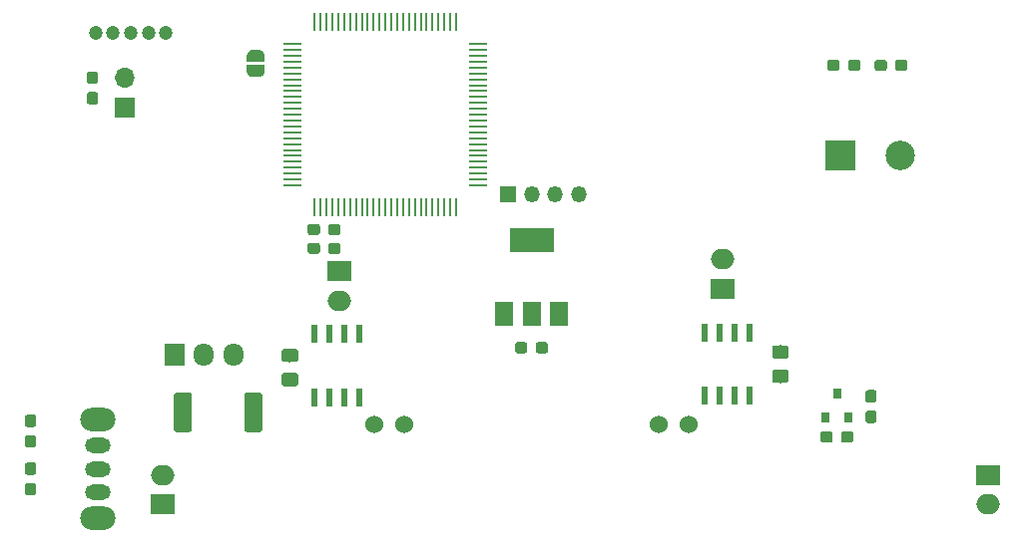
<source format=gbs>
G04 #@! TF.GenerationSoftware,KiCad,Pcbnew,(5.0.0)*
G04 #@! TF.CreationDate,2019-01-28T15:32:59+09:00*
G04 #@! TF.ProjectId,EDAMAMEv3,4544414D414D4576332E6B696361645F,rev?*
G04 #@! TF.SameCoordinates,Original*
G04 #@! TF.FileFunction,Soldermask,Bot*
G04 #@! TF.FilePolarity,Negative*
%FSLAX46Y46*%
G04 Gerber Fmt 4.6, Leading zero omitted, Abs format (unit mm)*
G04 Created by KiCad (PCBNEW (5.0.0)) date 01/28/19 15:32:59*
%MOMM*%
%LPD*%
G01*
G04 APERTURE LIST*
%ADD10R,0.280000X1.500000*%
%ADD11R,1.500000X0.280000*%
%ADD12R,0.600000X1.550000*%
%ADD13C,1.524000*%
%ADD14R,1.350000X1.350000*%
%ADD15O,1.350000X1.350000*%
%ADD16C,0.100000*%
%ADD17C,0.950000*%
%ADD18R,1.700000X1.700000*%
%ADD19O,1.700000X1.700000*%
%ADD20R,2.500000X2.500000*%
%ADD21C,2.500000*%
%ADD22R,2.000000X1.700000*%
%ADD23O,2.000000X1.700000*%
%ADD24C,1.150000*%
%ADD25C,0.500000*%
%ADD26C,1.200000*%
%ADD27R,1.700000X1.950000*%
%ADD28O,1.700000X1.950000*%
%ADD29C,1.525000*%
%ADD30O,3.000000X2.000000*%
%ADD31O,2.200000X1.300000*%
%ADD32R,3.800000X2.000000*%
%ADD33R,1.500000X2.000000*%
%ADD34R,0.800000X0.900000*%
G04 APERTURE END LIST*
D10*
G04 #@! TO.C,U3*
X46100000Y-19300000D03*
X46600000Y-19300000D03*
X47100000Y-19300000D03*
X47600000Y-19300000D03*
X48100000Y-19300000D03*
X48600000Y-19300000D03*
X49100000Y-19300000D03*
X49600000Y-19300000D03*
X50100000Y-19300000D03*
X50600000Y-19300000D03*
X51100000Y-19300000D03*
X51600000Y-19300000D03*
X52100000Y-19300000D03*
X52600000Y-19300000D03*
X53100000Y-19300000D03*
X53600000Y-19300000D03*
X54100000Y-19300000D03*
X54600000Y-19300000D03*
X55100000Y-19300000D03*
X55600000Y-19300000D03*
X56100000Y-19300000D03*
X56600000Y-19300000D03*
X57100000Y-19300000D03*
X57600000Y-19300000D03*
X58100000Y-19300000D03*
D11*
X60000000Y-21200000D03*
X60000000Y-21700000D03*
X60000000Y-22200000D03*
X60000000Y-22700000D03*
X60000000Y-23200000D03*
X60000000Y-23700000D03*
X60000000Y-24200000D03*
X60000000Y-24700000D03*
X60000000Y-25200000D03*
X60000000Y-25700000D03*
X60000000Y-26200000D03*
X60000000Y-26700000D03*
X60000000Y-27200000D03*
X60000000Y-27700000D03*
X60000000Y-28200000D03*
X60000000Y-28700000D03*
X60000000Y-29200000D03*
X60000000Y-29700000D03*
X60000000Y-30200000D03*
X60000000Y-30700000D03*
X60000000Y-31200000D03*
X60000000Y-31700000D03*
X60000000Y-32200000D03*
X60000000Y-32700000D03*
X60000000Y-33200000D03*
D10*
X58100000Y-35100000D03*
X57600000Y-35100000D03*
X57100000Y-35100000D03*
X56600000Y-35100000D03*
X56100000Y-35100000D03*
X55600000Y-35100000D03*
X55100000Y-35100000D03*
X54600000Y-35100000D03*
X54100000Y-35100000D03*
X53600000Y-35100000D03*
X53100000Y-35100000D03*
X52600000Y-35100000D03*
X52100000Y-35100000D03*
X51600000Y-35100000D03*
X51100000Y-35100000D03*
X50600000Y-35100000D03*
X50100000Y-35100000D03*
X49600000Y-35100000D03*
X49100000Y-35100000D03*
X48600000Y-35100000D03*
X48100000Y-35100000D03*
X47600000Y-35100000D03*
X47100000Y-35100000D03*
X46600000Y-35100000D03*
X46100000Y-35100000D03*
D11*
X44200000Y-33200000D03*
X44200000Y-32700000D03*
X44200000Y-32200000D03*
X44200000Y-31700000D03*
X44200000Y-31200000D03*
X44200000Y-30700000D03*
X44200000Y-30200000D03*
X44200000Y-29700000D03*
X44200000Y-29200000D03*
X44200000Y-28700000D03*
X44200000Y-28200000D03*
X44200000Y-27700000D03*
X44200000Y-27200000D03*
X44200000Y-26700000D03*
X44200000Y-26200000D03*
X44200000Y-25700000D03*
X44200000Y-25200000D03*
X44200000Y-24700000D03*
X44200000Y-24200000D03*
X44200000Y-23700000D03*
X44200000Y-23200000D03*
X44200000Y-22700000D03*
X44200000Y-22200000D03*
X44200000Y-21700000D03*
X44200000Y-21200000D03*
G04 #@! TD*
D12*
G04 #@! TO.C,U9*
X46095000Y-51200000D03*
X47365000Y-51200000D03*
X48635000Y-51200000D03*
X49905000Y-51200000D03*
X49905000Y-45800000D03*
X48635000Y-45800000D03*
X47365000Y-45800000D03*
X46095000Y-45800000D03*
G04 #@! TD*
D13*
G04 #@! TO.C,J4*
X51165000Y-53560000D03*
X53705000Y-53560000D03*
X75295000Y-53560000D03*
X77835000Y-53560000D03*
G04 #@! TD*
D14*
G04 #@! TO.C,J5*
X62500000Y-34000000D03*
D15*
X64500000Y-34000000D03*
X66500000Y-34000000D03*
X68500000Y-34000000D03*
G04 #@! TD*
D16*
G04 #@! TO.C,D1*
G36*
X22261187Y-58503316D02*
X22284242Y-58506735D01*
X22306851Y-58512399D01*
X22328795Y-58520251D01*
X22349865Y-58530216D01*
X22369856Y-58542198D01*
X22388576Y-58556082D01*
X22405846Y-58571734D01*
X22421498Y-58589004D01*
X22435382Y-58607724D01*
X22447364Y-58627715D01*
X22457329Y-58648785D01*
X22465181Y-58670729D01*
X22470845Y-58693338D01*
X22474264Y-58716393D01*
X22475408Y-58739672D01*
X22475408Y-59314672D01*
X22474264Y-59337951D01*
X22470845Y-59361006D01*
X22465181Y-59383615D01*
X22457329Y-59405559D01*
X22447364Y-59426629D01*
X22435382Y-59446620D01*
X22421498Y-59465340D01*
X22405846Y-59482610D01*
X22388576Y-59498262D01*
X22369856Y-59512146D01*
X22349865Y-59524128D01*
X22328795Y-59534093D01*
X22306851Y-59541945D01*
X22284242Y-59547609D01*
X22261187Y-59551028D01*
X22237908Y-59552172D01*
X21762908Y-59552172D01*
X21739629Y-59551028D01*
X21716574Y-59547609D01*
X21693965Y-59541945D01*
X21672021Y-59534093D01*
X21650951Y-59524128D01*
X21630960Y-59512146D01*
X21612240Y-59498262D01*
X21594970Y-59482610D01*
X21579318Y-59465340D01*
X21565434Y-59446620D01*
X21553452Y-59426629D01*
X21543487Y-59405559D01*
X21535635Y-59383615D01*
X21529971Y-59361006D01*
X21526552Y-59337951D01*
X21525408Y-59314672D01*
X21525408Y-58739672D01*
X21526552Y-58716393D01*
X21529971Y-58693338D01*
X21535635Y-58670729D01*
X21543487Y-58648785D01*
X21553452Y-58627715D01*
X21565434Y-58607724D01*
X21579318Y-58589004D01*
X21594970Y-58571734D01*
X21612240Y-58556082D01*
X21630960Y-58542198D01*
X21650951Y-58530216D01*
X21672021Y-58520251D01*
X21693965Y-58512399D01*
X21716574Y-58506735D01*
X21739629Y-58503316D01*
X21762908Y-58502172D01*
X22237908Y-58502172D01*
X22261187Y-58503316D01*
X22261187Y-58503316D01*
G37*
D17*
X22000408Y-59027172D03*
D16*
G36*
X22261187Y-56753316D02*
X22284242Y-56756735D01*
X22306851Y-56762399D01*
X22328795Y-56770251D01*
X22349865Y-56780216D01*
X22369856Y-56792198D01*
X22388576Y-56806082D01*
X22405846Y-56821734D01*
X22421498Y-56839004D01*
X22435382Y-56857724D01*
X22447364Y-56877715D01*
X22457329Y-56898785D01*
X22465181Y-56920729D01*
X22470845Y-56943338D01*
X22474264Y-56966393D01*
X22475408Y-56989672D01*
X22475408Y-57564672D01*
X22474264Y-57587951D01*
X22470845Y-57611006D01*
X22465181Y-57633615D01*
X22457329Y-57655559D01*
X22447364Y-57676629D01*
X22435382Y-57696620D01*
X22421498Y-57715340D01*
X22405846Y-57732610D01*
X22388576Y-57748262D01*
X22369856Y-57762146D01*
X22349865Y-57774128D01*
X22328795Y-57784093D01*
X22306851Y-57791945D01*
X22284242Y-57797609D01*
X22261187Y-57801028D01*
X22237908Y-57802172D01*
X21762908Y-57802172D01*
X21739629Y-57801028D01*
X21716574Y-57797609D01*
X21693965Y-57791945D01*
X21672021Y-57784093D01*
X21650951Y-57774128D01*
X21630960Y-57762146D01*
X21612240Y-57748262D01*
X21594970Y-57732610D01*
X21579318Y-57715340D01*
X21565434Y-57696620D01*
X21553452Y-57676629D01*
X21543487Y-57655559D01*
X21535635Y-57633615D01*
X21529971Y-57611006D01*
X21526552Y-57587951D01*
X21525408Y-57564672D01*
X21525408Y-56989672D01*
X21526552Y-56966393D01*
X21529971Y-56943338D01*
X21535635Y-56920729D01*
X21543487Y-56898785D01*
X21553452Y-56877715D01*
X21565434Y-56857724D01*
X21579318Y-56839004D01*
X21594970Y-56821734D01*
X21612240Y-56806082D01*
X21630960Y-56792198D01*
X21650951Y-56780216D01*
X21672021Y-56770251D01*
X21693965Y-56762399D01*
X21716574Y-56756735D01*
X21739629Y-56753316D01*
X21762908Y-56752172D01*
X22237908Y-56752172D01*
X22261187Y-56753316D01*
X22261187Y-56753316D01*
G37*
D17*
X22000408Y-57277172D03*
G04 #@! TD*
D18*
G04 #@! TO.C,J3*
X30000000Y-26600000D03*
D19*
X30000000Y-24060000D03*
G04 #@! TD*
D20*
G04 #@! TO.C,P6*
X90708000Y-30692000D03*
D21*
X95788000Y-30692000D03*
G04 #@! TD*
D22*
G04 #@! TO.C,P4*
X80714000Y-42000000D03*
D23*
X80714000Y-39500000D03*
G04 #@! TD*
G04 #@! TO.C,P5*
X48200000Y-43000000D03*
D22*
X48200000Y-40500000D03*
G04 #@! TD*
D16*
G04 #@! TO.C,R4*
G36*
X22261187Y-54439316D02*
X22284242Y-54442735D01*
X22306851Y-54448399D01*
X22328795Y-54456251D01*
X22349865Y-54466216D01*
X22369856Y-54478198D01*
X22388576Y-54492082D01*
X22405846Y-54507734D01*
X22421498Y-54525004D01*
X22435382Y-54543724D01*
X22447364Y-54563715D01*
X22457329Y-54584785D01*
X22465181Y-54606729D01*
X22470845Y-54629338D01*
X22474264Y-54652393D01*
X22475408Y-54675672D01*
X22475408Y-55250672D01*
X22474264Y-55273951D01*
X22470845Y-55297006D01*
X22465181Y-55319615D01*
X22457329Y-55341559D01*
X22447364Y-55362629D01*
X22435382Y-55382620D01*
X22421498Y-55401340D01*
X22405846Y-55418610D01*
X22388576Y-55434262D01*
X22369856Y-55448146D01*
X22349865Y-55460128D01*
X22328795Y-55470093D01*
X22306851Y-55477945D01*
X22284242Y-55483609D01*
X22261187Y-55487028D01*
X22237908Y-55488172D01*
X21762908Y-55488172D01*
X21739629Y-55487028D01*
X21716574Y-55483609D01*
X21693965Y-55477945D01*
X21672021Y-55470093D01*
X21650951Y-55460128D01*
X21630960Y-55448146D01*
X21612240Y-55434262D01*
X21594970Y-55418610D01*
X21579318Y-55401340D01*
X21565434Y-55382620D01*
X21553452Y-55362629D01*
X21543487Y-55341559D01*
X21535635Y-55319615D01*
X21529971Y-55297006D01*
X21526552Y-55273951D01*
X21525408Y-55250672D01*
X21525408Y-54675672D01*
X21526552Y-54652393D01*
X21529971Y-54629338D01*
X21535635Y-54606729D01*
X21543487Y-54584785D01*
X21553452Y-54563715D01*
X21565434Y-54543724D01*
X21579318Y-54525004D01*
X21594970Y-54507734D01*
X21612240Y-54492082D01*
X21630960Y-54478198D01*
X21650951Y-54466216D01*
X21672021Y-54456251D01*
X21693965Y-54448399D01*
X21716574Y-54442735D01*
X21739629Y-54439316D01*
X21762908Y-54438172D01*
X22237908Y-54438172D01*
X22261187Y-54439316D01*
X22261187Y-54439316D01*
G37*
D17*
X22000408Y-54963172D03*
D16*
G36*
X22261187Y-52689316D02*
X22284242Y-52692735D01*
X22306851Y-52698399D01*
X22328795Y-52706251D01*
X22349865Y-52716216D01*
X22369856Y-52728198D01*
X22388576Y-52742082D01*
X22405846Y-52757734D01*
X22421498Y-52775004D01*
X22435382Y-52793724D01*
X22447364Y-52813715D01*
X22457329Y-52834785D01*
X22465181Y-52856729D01*
X22470845Y-52879338D01*
X22474264Y-52902393D01*
X22475408Y-52925672D01*
X22475408Y-53500672D01*
X22474264Y-53523951D01*
X22470845Y-53547006D01*
X22465181Y-53569615D01*
X22457329Y-53591559D01*
X22447364Y-53612629D01*
X22435382Y-53632620D01*
X22421498Y-53651340D01*
X22405846Y-53668610D01*
X22388576Y-53684262D01*
X22369856Y-53698146D01*
X22349865Y-53710128D01*
X22328795Y-53720093D01*
X22306851Y-53727945D01*
X22284242Y-53733609D01*
X22261187Y-53737028D01*
X22237908Y-53738172D01*
X21762908Y-53738172D01*
X21739629Y-53737028D01*
X21716574Y-53733609D01*
X21693965Y-53727945D01*
X21672021Y-53720093D01*
X21650951Y-53710128D01*
X21630960Y-53698146D01*
X21612240Y-53684262D01*
X21594970Y-53668610D01*
X21579318Y-53651340D01*
X21565434Y-53632620D01*
X21553452Y-53612629D01*
X21543487Y-53591559D01*
X21535635Y-53569615D01*
X21529971Y-53547006D01*
X21526552Y-53523951D01*
X21525408Y-53500672D01*
X21525408Y-52925672D01*
X21526552Y-52902393D01*
X21529971Y-52879338D01*
X21535635Y-52856729D01*
X21543487Y-52834785D01*
X21553452Y-52813715D01*
X21565434Y-52793724D01*
X21579318Y-52775004D01*
X21594970Y-52757734D01*
X21612240Y-52742082D01*
X21630960Y-52728198D01*
X21650951Y-52716216D01*
X21672021Y-52706251D01*
X21693965Y-52698399D01*
X21716574Y-52692735D01*
X21739629Y-52689316D01*
X21762908Y-52688172D01*
X22237908Y-52688172D01*
X22261187Y-52689316D01*
X22261187Y-52689316D01*
G37*
D17*
X22000408Y-53213172D03*
G04 #@! TD*
D16*
G04 #@! TO.C,C1*
G36*
X63935779Y-46526144D02*
X63958834Y-46529563D01*
X63981443Y-46535227D01*
X64003387Y-46543079D01*
X64024457Y-46553044D01*
X64044448Y-46565026D01*
X64063168Y-46578910D01*
X64080438Y-46594562D01*
X64096090Y-46611832D01*
X64109974Y-46630552D01*
X64121956Y-46650543D01*
X64131921Y-46671613D01*
X64139773Y-46693557D01*
X64145437Y-46716166D01*
X64148856Y-46739221D01*
X64150000Y-46762500D01*
X64150000Y-47237500D01*
X64148856Y-47260779D01*
X64145437Y-47283834D01*
X64139773Y-47306443D01*
X64131921Y-47328387D01*
X64121956Y-47349457D01*
X64109974Y-47369448D01*
X64096090Y-47388168D01*
X64080438Y-47405438D01*
X64063168Y-47421090D01*
X64044448Y-47434974D01*
X64024457Y-47446956D01*
X64003387Y-47456921D01*
X63981443Y-47464773D01*
X63958834Y-47470437D01*
X63935779Y-47473856D01*
X63912500Y-47475000D01*
X63337500Y-47475000D01*
X63314221Y-47473856D01*
X63291166Y-47470437D01*
X63268557Y-47464773D01*
X63246613Y-47456921D01*
X63225543Y-47446956D01*
X63205552Y-47434974D01*
X63186832Y-47421090D01*
X63169562Y-47405438D01*
X63153910Y-47388168D01*
X63140026Y-47369448D01*
X63128044Y-47349457D01*
X63118079Y-47328387D01*
X63110227Y-47306443D01*
X63104563Y-47283834D01*
X63101144Y-47260779D01*
X63100000Y-47237500D01*
X63100000Y-46762500D01*
X63101144Y-46739221D01*
X63104563Y-46716166D01*
X63110227Y-46693557D01*
X63118079Y-46671613D01*
X63128044Y-46650543D01*
X63140026Y-46630552D01*
X63153910Y-46611832D01*
X63169562Y-46594562D01*
X63186832Y-46578910D01*
X63205552Y-46565026D01*
X63225543Y-46553044D01*
X63246613Y-46543079D01*
X63268557Y-46535227D01*
X63291166Y-46529563D01*
X63314221Y-46526144D01*
X63337500Y-46525000D01*
X63912500Y-46525000D01*
X63935779Y-46526144D01*
X63935779Y-46526144D01*
G37*
D17*
X63625000Y-47000000D03*
D16*
G36*
X65685779Y-46526144D02*
X65708834Y-46529563D01*
X65731443Y-46535227D01*
X65753387Y-46543079D01*
X65774457Y-46553044D01*
X65794448Y-46565026D01*
X65813168Y-46578910D01*
X65830438Y-46594562D01*
X65846090Y-46611832D01*
X65859974Y-46630552D01*
X65871956Y-46650543D01*
X65881921Y-46671613D01*
X65889773Y-46693557D01*
X65895437Y-46716166D01*
X65898856Y-46739221D01*
X65900000Y-46762500D01*
X65900000Y-47237500D01*
X65898856Y-47260779D01*
X65895437Y-47283834D01*
X65889773Y-47306443D01*
X65881921Y-47328387D01*
X65871956Y-47349457D01*
X65859974Y-47369448D01*
X65846090Y-47388168D01*
X65830438Y-47405438D01*
X65813168Y-47421090D01*
X65794448Y-47434974D01*
X65774457Y-47446956D01*
X65753387Y-47456921D01*
X65731443Y-47464773D01*
X65708834Y-47470437D01*
X65685779Y-47473856D01*
X65662500Y-47475000D01*
X65087500Y-47475000D01*
X65064221Y-47473856D01*
X65041166Y-47470437D01*
X65018557Y-47464773D01*
X64996613Y-47456921D01*
X64975543Y-47446956D01*
X64955552Y-47434974D01*
X64936832Y-47421090D01*
X64919562Y-47405438D01*
X64903910Y-47388168D01*
X64890026Y-47369448D01*
X64878044Y-47349457D01*
X64868079Y-47328387D01*
X64860227Y-47306443D01*
X64854563Y-47283834D01*
X64851144Y-47260779D01*
X64850000Y-47237500D01*
X64850000Y-46762500D01*
X64851144Y-46739221D01*
X64854563Y-46716166D01*
X64860227Y-46693557D01*
X64868079Y-46671613D01*
X64878044Y-46650543D01*
X64890026Y-46630552D01*
X64903910Y-46611832D01*
X64919562Y-46594562D01*
X64936832Y-46578910D01*
X64955552Y-46565026D01*
X64975543Y-46553044D01*
X64996613Y-46543079D01*
X65018557Y-46535227D01*
X65041166Y-46529563D01*
X65064221Y-46526144D01*
X65087500Y-46525000D01*
X65662500Y-46525000D01*
X65685779Y-46526144D01*
X65685779Y-46526144D01*
G37*
D17*
X65375000Y-47000000D03*
G04 #@! TD*
D16*
G04 #@! TO.C,C5*
G36*
X48085779Y-38076144D02*
X48108834Y-38079563D01*
X48131443Y-38085227D01*
X48153387Y-38093079D01*
X48174457Y-38103044D01*
X48194448Y-38115026D01*
X48213168Y-38128910D01*
X48230438Y-38144562D01*
X48246090Y-38161832D01*
X48259974Y-38180552D01*
X48271956Y-38200543D01*
X48281921Y-38221613D01*
X48289773Y-38243557D01*
X48295437Y-38266166D01*
X48298856Y-38289221D01*
X48300000Y-38312500D01*
X48300000Y-38787500D01*
X48298856Y-38810779D01*
X48295437Y-38833834D01*
X48289773Y-38856443D01*
X48281921Y-38878387D01*
X48271956Y-38899457D01*
X48259974Y-38919448D01*
X48246090Y-38938168D01*
X48230438Y-38955438D01*
X48213168Y-38971090D01*
X48194448Y-38984974D01*
X48174457Y-38996956D01*
X48153387Y-39006921D01*
X48131443Y-39014773D01*
X48108834Y-39020437D01*
X48085779Y-39023856D01*
X48062500Y-39025000D01*
X47487500Y-39025000D01*
X47464221Y-39023856D01*
X47441166Y-39020437D01*
X47418557Y-39014773D01*
X47396613Y-39006921D01*
X47375543Y-38996956D01*
X47355552Y-38984974D01*
X47336832Y-38971090D01*
X47319562Y-38955438D01*
X47303910Y-38938168D01*
X47290026Y-38919448D01*
X47278044Y-38899457D01*
X47268079Y-38878387D01*
X47260227Y-38856443D01*
X47254563Y-38833834D01*
X47251144Y-38810779D01*
X47250000Y-38787500D01*
X47250000Y-38312500D01*
X47251144Y-38289221D01*
X47254563Y-38266166D01*
X47260227Y-38243557D01*
X47268079Y-38221613D01*
X47278044Y-38200543D01*
X47290026Y-38180552D01*
X47303910Y-38161832D01*
X47319562Y-38144562D01*
X47336832Y-38128910D01*
X47355552Y-38115026D01*
X47375543Y-38103044D01*
X47396613Y-38093079D01*
X47418557Y-38085227D01*
X47441166Y-38079563D01*
X47464221Y-38076144D01*
X47487500Y-38075000D01*
X48062500Y-38075000D01*
X48085779Y-38076144D01*
X48085779Y-38076144D01*
G37*
D17*
X47775000Y-38550000D03*
D16*
G36*
X46335779Y-38076144D02*
X46358834Y-38079563D01*
X46381443Y-38085227D01*
X46403387Y-38093079D01*
X46424457Y-38103044D01*
X46444448Y-38115026D01*
X46463168Y-38128910D01*
X46480438Y-38144562D01*
X46496090Y-38161832D01*
X46509974Y-38180552D01*
X46521956Y-38200543D01*
X46531921Y-38221613D01*
X46539773Y-38243557D01*
X46545437Y-38266166D01*
X46548856Y-38289221D01*
X46550000Y-38312500D01*
X46550000Y-38787500D01*
X46548856Y-38810779D01*
X46545437Y-38833834D01*
X46539773Y-38856443D01*
X46531921Y-38878387D01*
X46521956Y-38899457D01*
X46509974Y-38919448D01*
X46496090Y-38938168D01*
X46480438Y-38955438D01*
X46463168Y-38971090D01*
X46444448Y-38984974D01*
X46424457Y-38996956D01*
X46403387Y-39006921D01*
X46381443Y-39014773D01*
X46358834Y-39020437D01*
X46335779Y-39023856D01*
X46312500Y-39025000D01*
X45737500Y-39025000D01*
X45714221Y-39023856D01*
X45691166Y-39020437D01*
X45668557Y-39014773D01*
X45646613Y-39006921D01*
X45625543Y-38996956D01*
X45605552Y-38984974D01*
X45586832Y-38971090D01*
X45569562Y-38955438D01*
X45553910Y-38938168D01*
X45540026Y-38919448D01*
X45528044Y-38899457D01*
X45518079Y-38878387D01*
X45510227Y-38856443D01*
X45504563Y-38833834D01*
X45501144Y-38810779D01*
X45500000Y-38787500D01*
X45500000Y-38312500D01*
X45501144Y-38289221D01*
X45504563Y-38266166D01*
X45510227Y-38243557D01*
X45518079Y-38221613D01*
X45528044Y-38200543D01*
X45540026Y-38180552D01*
X45553910Y-38161832D01*
X45569562Y-38144562D01*
X45586832Y-38128910D01*
X45605552Y-38115026D01*
X45625543Y-38103044D01*
X45646613Y-38093079D01*
X45668557Y-38085227D01*
X45691166Y-38079563D01*
X45714221Y-38076144D01*
X45737500Y-38075000D01*
X46312500Y-38075000D01*
X46335779Y-38076144D01*
X46335779Y-38076144D01*
G37*
D17*
X46025000Y-38550000D03*
G04 #@! TD*
D16*
G04 #@! TO.C,C6*
G36*
X93560779Y-52351144D02*
X93583834Y-52354563D01*
X93606443Y-52360227D01*
X93628387Y-52368079D01*
X93649457Y-52378044D01*
X93669448Y-52390026D01*
X93688168Y-52403910D01*
X93705438Y-52419562D01*
X93721090Y-52436832D01*
X93734974Y-52455552D01*
X93746956Y-52475543D01*
X93756921Y-52496613D01*
X93764773Y-52518557D01*
X93770437Y-52541166D01*
X93773856Y-52564221D01*
X93775000Y-52587500D01*
X93775000Y-53162500D01*
X93773856Y-53185779D01*
X93770437Y-53208834D01*
X93764773Y-53231443D01*
X93756921Y-53253387D01*
X93746956Y-53274457D01*
X93734974Y-53294448D01*
X93721090Y-53313168D01*
X93705438Y-53330438D01*
X93688168Y-53346090D01*
X93669448Y-53359974D01*
X93649457Y-53371956D01*
X93628387Y-53381921D01*
X93606443Y-53389773D01*
X93583834Y-53395437D01*
X93560779Y-53398856D01*
X93537500Y-53400000D01*
X93062500Y-53400000D01*
X93039221Y-53398856D01*
X93016166Y-53395437D01*
X92993557Y-53389773D01*
X92971613Y-53381921D01*
X92950543Y-53371956D01*
X92930552Y-53359974D01*
X92911832Y-53346090D01*
X92894562Y-53330438D01*
X92878910Y-53313168D01*
X92865026Y-53294448D01*
X92853044Y-53274457D01*
X92843079Y-53253387D01*
X92835227Y-53231443D01*
X92829563Y-53208834D01*
X92826144Y-53185779D01*
X92825000Y-53162500D01*
X92825000Y-52587500D01*
X92826144Y-52564221D01*
X92829563Y-52541166D01*
X92835227Y-52518557D01*
X92843079Y-52496613D01*
X92853044Y-52475543D01*
X92865026Y-52455552D01*
X92878910Y-52436832D01*
X92894562Y-52419562D01*
X92911832Y-52403910D01*
X92930552Y-52390026D01*
X92950543Y-52378044D01*
X92971613Y-52368079D01*
X92993557Y-52360227D01*
X93016166Y-52354563D01*
X93039221Y-52351144D01*
X93062500Y-52350000D01*
X93537500Y-52350000D01*
X93560779Y-52351144D01*
X93560779Y-52351144D01*
G37*
D17*
X93300000Y-52875000D03*
D16*
G36*
X93560779Y-50601144D02*
X93583834Y-50604563D01*
X93606443Y-50610227D01*
X93628387Y-50618079D01*
X93649457Y-50628044D01*
X93669448Y-50640026D01*
X93688168Y-50653910D01*
X93705438Y-50669562D01*
X93721090Y-50686832D01*
X93734974Y-50705552D01*
X93746956Y-50725543D01*
X93756921Y-50746613D01*
X93764773Y-50768557D01*
X93770437Y-50791166D01*
X93773856Y-50814221D01*
X93775000Y-50837500D01*
X93775000Y-51412500D01*
X93773856Y-51435779D01*
X93770437Y-51458834D01*
X93764773Y-51481443D01*
X93756921Y-51503387D01*
X93746956Y-51524457D01*
X93734974Y-51544448D01*
X93721090Y-51563168D01*
X93705438Y-51580438D01*
X93688168Y-51596090D01*
X93669448Y-51609974D01*
X93649457Y-51621956D01*
X93628387Y-51631921D01*
X93606443Y-51639773D01*
X93583834Y-51645437D01*
X93560779Y-51648856D01*
X93537500Y-51650000D01*
X93062500Y-51650000D01*
X93039221Y-51648856D01*
X93016166Y-51645437D01*
X92993557Y-51639773D01*
X92971613Y-51631921D01*
X92950543Y-51621956D01*
X92930552Y-51609974D01*
X92911832Y-51596090D01*
X92894562Y-51580438D01*
X92878910Y-51563168D01*
X92865026Y-51544448D01*
X92853044Y-51524457D01*
X92843079Y-51503387D01*
X92835227Y-51481443D01*
X92829563Y-51458834D01*
X92826144Y-51435779D01*
X92825000Y-51412500D01*
X92825000Y-50837500D01*
X92826144Y-50814221D01*
X92829563Y-50791166D01*
X92835227Y-50768557D01*
X92843079Y-50746613D01*
X92853044Y-50725543D01*
X92865026Y-50705552D01*
X92878910Y-50686832D01*
X92894562Y-50669562D01*
X92911832Y-50653910D01*
X92930552Y-50640026D01*
X92950543Y-50628044D01*
X92971613Y-50618079D01*
X92993557Y-50610227D01*
X93016166Y-50604563D01*
X93039221Y-50601144D01*
X93062500Y-50600000D01*
X93537500Y-50600000D01*
X93560779Y-50601144D01*
X93560779Y-50601144D01*
G37*
D17*
X93300000Y-51125000D03*
G04 #@! TD*
D16*
G04 #@! TO.C,C7*
G36*
X46335779Y-36476144D02*
X46358834Y-36479563D01*
X46381443Y-36485227D01*
X46403387Y-36493079D01*
X46424457Y-36503044D01*
X46444448Y-36515026D01*
X46463168Y-36528910D01*
X46480438Y-36544562D01*
X46496090Y-36561832D01*
X46509974Y-36580552D01*
X46521956Y-36600543D01*
X46531921Y-36621613D01*
X46539773Y-36643557D01*
X46545437Y-36666166D01*
X46548856Y-36689221D01*
X46550000Y-36712500D01*
X46550000Y-37187500D01*
X46548856Y-37210779D01*
X46545437Y-37233834D01*
X46539773Y-37256443D01*
X46531921Y-37278387D01*
X46521956Y-37299457D01*
X46509974Y-37319448D01*
X46496090Y-37338168D01*
X46480438Y-37355438D01*
X46463168Y-37371090D01*
X46444448Y-37384974D01*
X46424457Y-37396956D01*
X46403387Y-37406921D01*
X46381443Y-37414773D01*
X46358834Y-37420437D01*
X46335779Y-37423856D01*
X46312500Y-37425000D01*
X45737500Y-37425000D01*
X45714221Y-37423856D01*
X45691166Y-37420437D01*
X45668557Y-37414773D01*
X45646613Y-37406921D01*
X45625543Y-37396956D01*
X45605552Y-37384974D01*
X45586832Y-37371090D01*
X45569562Y-37355438D01*
X45553910Y-37338168D01*
X45540026Y-37319448D01*
X45528044Y-37299457D01*
X45518079Y-37278387D01*
X45510227Y-37256443D01*
X45504563Y-37233834D01*
X45501144Y-37210779D01*
X45500000Y-37187500D01*
X45500000Y-36712500D01*
X45501144Y-36689221D01*
X45504563Y-36666166D01*
X45510227Y-36643557D01*
X45518079Y-36621613D01*
X45528044Y-36600543D01*
X45540026Y-36580552D01*
X45553910Y-36561832D01*
X45569562Y-36544562D01*
X45586832Y-36528910D01*
X45605552Y-36515026D01*
X45625543Y-36503044D01*
X45646613Y-36493079D01*
X45668557Y-36485227D01*
X45691166Y-36479563D01*
X45714221Y-36476144D01*
X45737500Y-36475000D01*
X46312500Y-36475000D01*
X46335779Y-36476144D01*
X46335779Y-36476144D01*
G37*
D17*
X46025000Y-36950000D03*
D16*
G36*
X48085779Y-36476144D02*
X48108834Y-36479563D01*
X48131443Y-36485227D01*
X48153387Y-36493079D01*
X48174457Y-36503044D01*
X48194448Y-36515026D01*
X48213168Y-36528910D01*
X48230438Y-36544562D01*
X48246090Y-36561832D01*
X48259974Y-36580552D01*
X48271956Y-36600543D01*
X48281921Y-36621613D01*
X48289773Y-36643557D01*
X48295437Y-36666166D01*
X48298856Y-36689221D01*
X48300000Y-36712500D01*
X48300000Y-37187500D01*
X48298856Y-37210779D01*
X48295437Y-37233834D01*
X48289773Y-37256443D01*
X48281921Y-37278387D01*
X48271956Y-37299457D01*
X48259974Y-37319448D01*
X48246090Y-37338168D01*
X48230438Y-37355438D01*
X48213168Y-37371090D01*
X48194448Y-37384974D01*
X48174457Y-37396956D01*
X48153387Y-37406921D01*
X48131443Y-37414773D01*
X48108834Y-37420437D01*
X48085779Y-37423856D01*
X48062500Y-37425000D01*
X47487500Y-37425000D01*
X47464221Y-37423856D01*
X47441166Y-37420437D01*
X47418557Y-37414773D01*
X47396613Y-37406921D01*
X47375543Y-37396956D01*
X47355552Y-37384974D01*
X47336832Y-37371090D01*
X47319562Y-37355438D01*
X47303910Y-37338168D01*
X47290026Y-37319448D01*
X47278044Y-37299457D01*
X47268079Y-37278387D01*
X47260227Y-37256443D01*
X47254563Y-37233834D01*
X47251144Y-37210779D01*
X47250000Y-37187500D01*
X47250000Y-36712500D01*
X47251144Y-36689221D01*
X47254563Y-36666166D01*
X47260227Y-36643557D01*
X47268079Y-36621613D01*
X47278044Y-36600543D01*
X47290026Y-36580552D01*
X47303910Y-36561832D01*
X47319562Y-36544562D01*
X47336832Y-36528910D01*
X47355552Y-36515026D01*
X47375543Y-36503044D01*
X47396613Y-36493079D01*
X47418557Y-36485227D01*
X47441166Y-36479563D01*
X47464221Y-36476144D01*
X47487500Y-36475000D01*
X48062500Y-36475000D01*
X48085779Y-36476144D01*
X48085779Y-36476144D01*
G37*
D17*
X47775000Y-36950000D03*
G04 #@! TD*
D16*
G04 #@! TO.C,C10*
G36*
X89835779Y-54126144D02*
X89858834Y-54129563D01*
X89881443Y-54135227D01*
X89903387Y-54143079D01*
X89924457Y-54153044D01*
X89944448Y-54165026D01*
X89963168Y-54178910D01*
X89980438Y-54194562D01*
X89996090Y-54211832D01*
X90009974Y-54230552D01*
X90021956Y-54250543D01*
X90031921Y-54271613D01*
X90039773Y-54293557D01*
X90045437Y-54316166D01*
X90048856Y-54339221D01*
X90050000Y-54362500D01*
X90050000Y-54837500D01*
X90048856Y-54860779D01*
X90045437Y-54883834D01*
X90039773Y-54906443D01*
X90031921Y-54928387D01*
X90021956Y-54949457D01*
X90009974Y-54969448D01*
X89996090Y-54988168D01*
X89980438Y-55005438D01*
X89963168Y-55021090D01*
X89944448Y-55034974D01*
X89924457Y-55046956D01*
X89903387Y-55056921D01*
X89881443Y-55064773D01*
X89858834Y-55070437D01*
X89835779Y-55073856D01*
X89812500Y-55075000D01*
X89237500Y-55075000D01*
X89214221Y-55073856D01*
X89191166Y-55070437D01*
X89168557Y-55064773D01*
X89146613Y-55056921D01*
X89125543Y-55046956D01*
X89105552Y-55034974D01*
X89086832Y-55021090D01*
X89069562Y-55005438D01*
X89053910Y-54988168D01*
X89040026Y-54969448D01*
X89028044Y-54949457D01*
X89018079Y-54928387D01*
X89010227Y-54906443D01*
X89004563Y-54883834D01*
X89001144Y-54860779D01*
X89000000Y-54837500D01*
X89000000Y-54362500D01*
X89001144Y-54339221D01*
X89004563Y-54316166D01*
X89010227Y-54293557D01*
X89018079Y-54271613D01*
X89028044Y-54250543D01*
X89040026Y-54230552D01*
X89053910Y-54211832D01*
X89069562Y-54194562D01*
X89086832Y-54178910D01*
X89105552Y-54165026D01*
X89125543Y-54153044D01*
X89146613Y-54143079D01*
X89168557Y-54135227D01*
X89191166Y-54129563D01*
X89214221Y-54126144D01*
X89237500Y-54125000D01*
X89812500Y-54125000D01*
X89835779Y-54126144D01*
X89835779Y-54126144D01*
G37*
D17*
X89525000Y-54600000D03*
D16*
G36*
X91585779Y-54126144D02*
X91608834Y-54129563D01*
X91631443Y-54135227D01*
X91653387Y-54143079D01*
X91674457Y-54153044D01*
X91694448Y-54165026D01*
X91713168Y-54178910D01*
X91730438Y-54194562D01*
X91746090Y-54211832D01*
X91759974Y-54230552D01*
X91771956Y-54250543D01*
X91781921Y-54271613D01*
X91789773Y-54293557D01*
X91795437Y-54316166D01*
X91798856Y-54339221D01*
X91800000Y-54362500D01*
X91800000Y-54837500D01*
X91798856Y-54860779D01*
X91795437Y-54883834D01*
X91789773Y-54906443D01*
X91781921Y-54928387D01*
X91771956Y-54949457D01*
X91759974Y-54969448D01*
X91746090Y-54988168D01*
X91730438Y-55005438D01*
X91713168Y-55021090D01*
X91694448Y-55034974D01*
X91674457Y-55046956D01*
X91653387Y-55056921D01*
X91631443Y-55064773D01*
X91608834Y-55070437D01*
X91585779Y-55073856D01*
X91562500Y-55075000D01*
X90987500Y-55075000D01*
X90964221Y-55073856D01*
X90941166Y-55070437D01*
X90918557Y-55064773D01*
X90896613Y-55056921D01*
X90875543Y-55046956D01*
X90855552Y-55034974D01*
X90836832Y-55021090D01*
X90819562Y-55005438D01*
X90803910Y-54988168D01*
X90790026Y-54969448D01*
X90778044Y-54949457D01*
X90768079Y-54928387D01*
X90760227Y-54906443D01*
X90754563Y-54883834D01*
X90751144Y-54860779D01*
X90750000Y-54837500D01*
X90750000Y-54362500D01*
X90751144Y-54339221D01*
X90754563Y-54316166D01*
X90760227Y-54293557D01*
X90768079Y-54271613D01*
X90778044Y-54250543D01*
X90790026Y-54230552D01*
X90803910Y-54211832D01*
X90819562Y-54194562D01*
X90836832Y-54178910D01*
X90855552Y-54165026D01*
X90875543Y-54153044D01*
X90896613Y-54143079D01*
X90918557Y-54135227D01*
X90941166Y-54129563D01*
X90964221Y-54126144D01*
X90987500Y-54125000D01*
X91562500Y-54125000D01*
X91585779Y-54126144D01*
X91585779Y-54126144D01*
G37*
D17*
X91275000Y-54600000D03*
G04 #@! TD*
D16*
G04 #@! TO.C,C15*
G36*
X86074505Y-46801204D02*
X86098773Y-46804804D01*
X86122572Y-46810765D01*
X86145671Y-46819030D01*
X86167850Y-46829520D01*
X86188893Y-46842132D01*
X86208599Y-46856747D01*
X86226777Y-46873223D01*
X86243253Y-46891401D01*
X86257868Y-46911107D01*
X86270480Y-46932150D01*
X86280970Y-46954329D01*
X86289235Y-46977428D01*
X86295196Y-47001227D01*
X86298796Y-47025495D01*
X86300000Y-47049999D01*
X86300000Y-47700001D01*
X86298796Y-47724505D01*
X86295196Y-47748773D01*
X86289235Y-47772572D01*
X86280970Y-47795671D01*
X86270480Y-47817850D01*
X86257868Y-47838893D01*
X86243253Y-47858599D01*
X86226777Y-47876777D01*
X86208599Y-47893253D01*
X86188893Y-47907868D01*
X86167850Y-47920480D01*
X86145671Y-47930970D01*
X86122572Y-47939235D01*
X86098773Y-47945196D01*
X86074505Y-47948796D01*
X86050001Y-47950000D01*
X85149999Y-47950000D01*
X85125495Y-47948796D01*
X85101227Y-47945196D01*
X85077428Y-47939235D01*
X85054329Y-47930970D01*
X85032150Y-47920480D01*
X85011107Y-47907868D01*
X84991401Y-47893253D01*
X84973223Y-47876777D01*
X84956747Y-47858599D01*
X84942132Y-47838893D01*
X84929520Y-47817850D01*
X84919030Y-47795671D01*
X84910765Y-47772572D01*
X84904804Y-47748773D01*
X84901204Y-47724505D01*
X84900000Y-47700001D01*
X84900000Y-47049999D01*
X84901204Y-47025495D01*
X84904804Y-47001227D01*
X84910765Y-46977428D01*
X84919030Y-46954329D01*
X84929520Y-46932150D01*
X84942132Y-46911107D01*
X84956747Y-46891401D01*
X84973223Y-46873223D01*
X84991401Y-46856747D01*
X85011107Y-46842132D01*
X85032150Y-46829520D01*
X85054329Y-46819030D01*
X85077428Y-46810765D01*
X85101227Y-46804804D01*
X85125495Y-46801204D01*
X85149999Y-46800000D01*
X86050001Y-46800000D01*
X86074505Y-46801204D01*
X86074505Y-46801204D01*
G37*
D24*
X85600000Y-47375000D03*
D16*
G36*
X86074505Y-48851204D02*
X86098773Y-48854804D01*
X86122572Y-48860765D01*
X86145671Y-48869030D01*
X86167850Y-48879520D01*
X86188893Y-48892132D01*
X86208599Y-48906747D01*
X86226777Y-48923223D01*
X86243253Y-48941401D01*
X86257868Y-48961107D01*
X86270480Y-48982150D01*
X86280970Y-49004329D01*
X86289235Y-49027428D01*
X86295196Y-49051227D01*
X86298796Y-49075495D01*
X86300000Y-49099999D01*
X86300000Y-49750001D01*
X86298796Y-49774505D01*
X86295196Y-49798773D01*
X86289235Y-49822572D01*
X86280970Y-49845671D01*
X86270480Y-49867850D01*
X86257868Y-49888893D01*
X86243253Y-49908599D01*
X86226777Y-49926777D01*
X86208599Y-49943253D01*
X86188893Y-49957868D01*
X86167850Y-49970480D01*
X86145671Y-49980970D01*
X86122572Y-49989235D01*
X86098773Y-49995196D01*
X86074505Y-49998796D01*
X86050001Y-50000000D01*
X85149999Y-50000000D01*
X85125495Y-49998796D01*
X85101227Y-49995196D01*
X85077428Y-49989235D01*
X85054329Y-49980970D01*
X85032150Y-49970480D01*
X85011107Y-49957868D01*
X84991401Y-49943253D01*
X84973223Y-49926777D01*
X84956747Y-49908599D01*
X84942132Y-49888893D01*
X84929520Y-49867850D01*
X84919030Y-49845671D01*
X84910765Y-49822572D01*
X84904804Y-49798773D01*
X84901204Y-49774505D01*
X84900000Y-49750001D01*
X84900000Y-49099999D01*
X84901204Y-49075495D01*
X84904804Y-49051227D01*
X84910765Y-49027428D01*
X84919030Y-49004329D01*
X84929520Y-48982150D01*
X84942132Y-48961107D01*
X84956747Y-48941401D01*
X84973223Y-48923223D01*
X84991401Y-48906747D01*
X85011107Y-48892132D01*
X85032150Y-48879520D01*
X85054329Y-48869030D01*
X85077428Y-48860765D01*
X85101227Y-48854804D01*
X85125495Y-48851204D01*
X85149999Y-48850000D01*
X86050001Y-48850000D01*
X86074505Y-48851204D01*
X86074505Y-48851204D01*
G37*
D24*
X85600000Y-49425000D03*
G04 #@! TD*
D16*
G04 #@! TO.C,C16*
G36*
X44474505Y-47076204D02*
X44498773Y-47079804D01*
X44522572Y-47085765D01*
X44545671Y-47094030D01*
X44567850Y-47104520D01*
X44588893Y-47117132D01*
X44608599Y-47131747D01*
X44626777Y-47148223D01*
X44643253Y-47166401D01*
X44657868Y-47186107D01*
X44670480Y-47207150D01*
X44680970Y-47229329D01*
X44689235Y-47252428D01*
X44695196Y-47276227D01*
X44698796Y-47300495D01*
X44700000Y-47324999D01*
X44700000Y-47975001D01*
X44698796Y-47999505D01*
X44695196Y-48023773D01*
X44689235Y-48047572D01*
X44680970Y-48070671D01*
X44670480Y-48092850D01*
X44657868Y-48113893D01*
X44643253Y-48133599D01*
X44626777Y-48151777D01*
X44608599Y-48168253D01*
X44588893Y-48182868D01*
X44567850Y-48195480D01*
X44545671Y-48205970D01*
X44522572Y-48214235D01*
X44498773Y-48220196D01*
X44474505Y-48223796D01*
X44450001Y-48225000D01*
X43549999Y-48225000D01*
X43525495Y-48223796D01*
X43501227Y-48220196D01*
X43477428Y-48214235D01*
X43454329Y-48205970D01*
X43432150Y-48195480D01*
X43411107Y-48182868D01*
X43391401Y-48168253D01*
X43373223Y-48151777D01*
X43356747Y-48133599D01*
X43342132Y-48113893D01*
X43329520Y-48092850D01*
X43319030Y-48070671D01*
X43310765Y-48047572D01*
X43304804Y-48023773D01*
X43301204Y-47999505D01*
X43300000Y-47975001D01*
X43300000Y-47324999D01*
X43301204Y-47300495D01*
X43304804Y-47276227D01*
X43310765Y-47252428D01*
X43319030Y-47229329D01*
X43329520Y-47207150D01*
X43342132Y-47186107D01*
X43356747Y-47166401D01*
X43373223Y-47148223D01*
X43391401Y-47131747D01*
X43411107Y-47117132D01*
X43432150Y-47104520D01*
X43454329Y-47094030D01*
X43477428Y-47085765D01*
X43501227Y-47079804D01*
X43525495Y-47076204D01*
X43549999Y-47075000D01*
X44450001Y-47075000D01*
X44474505Y-47076204D01*
X44474505Y-47076204D01*
G37*
D24*
X44000000Y-47650000D03*
D16*
G36*
X44474505Y-49126204D02*
X44498773Y-49129804D01*
X44522572Y-49135765D01*
X44545671Y-49144030D01*
X44567850Y-49154520D01*
X44588893Y-49167132D01*
X44608599Y-49181747D01*
X44626777Y-49198223D01*
X44643253Y-49216401D01*
X44657868Y-49236107D01*
X44670480Y-49257150D01*
X44680970Y-49279329D01*
X44689235Y-49302428D01*
X44695196Y-49326227D01*
X44698796Y-49350495D01*
X44700000Y-49374999D01*
X44700000Y-50025001D01*
X44698796Y-50049505D01*
X44695196Y-50073773D01*
X44689235Y-50097572D01*
X44680970Y-50120671D01*
X44670480Y-50142850D01*
X44657868Y-50163893D01*
X44643253Y-50183599D01*
X44626777Y-50201777D01*
X44608599Y-50218253D01*
X44588893Y-50232868D01*
X44567850Y-50245480D01*
X44545671Y-50255970D01*
X44522572Y-50264235D01*
X44498773Y-50270196D01*
X44474505Y-50273796D01*
X44450001Y-50275000D01*
X43549999Y-50275000D01*
X43525495Y-50273796D01*
X43501227Y-50270196D01*
X43477428Y-50264235D01*
X43454329Y-50255970D01*
X43432150Y-50245480D01*
X43411107Y-50232868D01*
X43391401Y-50218253D01*
X43373223Y-50201777D01*
X43356747Y-50183599D01*
X43342132Y-50163893D01*
X43329520Y-50142850D01*
X43319030Y-50120671D01*
X43310765Y-50097572D01*
X43304804Y-50073773D01*
X43301204Y-50049505D01*
X43300000Y-50025001D01*
X43300000Y-49374999D01*
X43301204Y-49350495D01*
X43304804Y-49326227D01*
X43310765Y-49302428D01*
X43319030Y-49279329D01*
X43329520Y-49257150D01*
X43342132Y-49236107D01*
X43356747Y-49216401D01*
X43373223Y-49198223D01*
X43391401Y-49181747D01*
X43411107Y-49167132D01*
X43432150Y-49154520D01*
X43454329Y-49144030D01*
X43477428Y-49135765D01*
X43501227Y-49129804D01*
X43525495Y-49126204D01*
X43549999Y-49125000D01*
X44450001Y-49125000D01*
X44474505Y-49126204D01*
X44474505Y-49126204D01*
G37*
D24*
X44000000Y-49700000D03*
G04 #@! TD*
D16*
G04 #@! TO.C,D5*
G36*
X94435779Y-22526144D02*
X94458834Y-22529563D01*
X94481443Y-22535227D01*
X94503387Y-22543079D01*
X94524457Y-22553044D01*
X94544448Y-22565026D01*
X94563168Y-22578910D01*
X94580438Y-22594562D01*
X94596090Y-22611832D01*
X94609974Y-22630552D01*
X94621956Y-22650543D01*
X94631921Y-22671613D01*
X94639773Y-22693557D01*
X94645437Y-22716166D01*
X94648856Y-22739221D01*
X94650000Y-22762500D01*
X94650000Y-23237500D01*
X94648856Y-23260779D01*
X94645437Y-23283834D01*
X94639773Y-23306443D01*
X94631921Y-23328387D01*
X94621956Y-23349457D01*
X94609974Y-23369448D01*
X94596090Y-23388168D01*
X94580438Y-23405438D01*
X94563168Y-23421090D01*
X94544448Y-23434974D01*
X94524457Y-23446956D01*
X94503387Y-23456921D01*
X94481443Y-23464773D01*
X94458834Y-23470437D01*
X94435779Y-23473856D01*
X94412500Y-23475000D01*
X93837500Y-23475000D01*
X93814221Y-23473856D01*
X93791166Y-23470437D01*
X93768557Y-23464773D01*
X93746613Y-23456921D01*
X93725543Y-23446956D01*
X93705552Y-23434974D01*
X93686832Y-23421090D01*
X93669562Y-23405438D01*
X93653910Y-23388168D01*
X93640026Y-23369448D01*
X93628044Y-23349457D01*
X93618079Y-23328387D01*
X93610227Y-23306443D01*
X93604563Y-23283834D01*
X93601144Y-23260779D01*
X93600000Y-23237500D01*
X93600000Y-22762500D01*
X93601144Y-22739221D01*
X93604563Y-22716166D01*
X93610227Y-22693557D01*
X93618079Y-22671613D01*
X93628044Y-22650543D01*
X93640026Y-22630552D01*
X93653910Y-22611832D01*
X93669562Y-22594562D01*
X93686832Y-22578910D01*
X93705552Y-22565026D01*
X93725543Y-22553044D01*
X93746613Y-22543079D01*
X93768557Y-22535227D01*
X93791166Y-22529563D01*
X93814221Y-22526144D01*
X93837500Y-22525000D01*
X94412500Y-22525000D01*
X94435779Y-22526144D01*
X94435779Y-22526144D01*
G37*
D17*
X94125000Y-23000000D03*
D16*
G36*
X96185779Y-22526144D02*
X96208834Y-22529563D01*
X96231443Y-22535227D01*
X96253387Y-22543079D01*
X96274457Y-22553044D01*
X96294448Y-22565026D01*
X96313168Y-22578910D01*
X96330438Y-22594562D01*
X96346090Y-22611832D01*
X96359974Y-22630552D01*
X96371956Y-22650543D01*
X96381921Y-22671613D01*
X96389773Y-22693557D01*
X96395437Y-22716166D01*
X96398856Y-22739221D01*
X96400000Y-22762500D01*
X96400000Y-23237500D01*
X96398856Y-23260779D01*
X96395437Y-23283834D01*
X96389773Y-23306443D01*
X96381921Y-23328387D01*
X96371956Y-23349457D01*
X96359974Y-23369448D01*
X96346090Y-23388168D01*
X96330438Y-23405438D01*
X96313168Y-23421090D01*
X96294448Y-23434974D01*
X96274457Y-23446956D01*
X96253387Y-23456921D01*
X96231443Y-23464773D01*
X96208834Y-23470437D01*
X96185779Y-23473856D01*
X96162500Y-23475000D01*
X95587500Y-23475000D01*
X95564221Y-23473856D01*
X95541166Y-23470437D01*
X95518557Y-23464773D01*
X95496613Y-23456921D01*
X95475543Y-23446956D01*
X95455552Y-23434974D01*
X95436832Y-23421090D01*
X95419562Y-23405438D01*
X95403910Y-23388168D01*
X95390026Y-23369448D01*
X95378044Y-23349457D01*
X95368079Y-23328387D01*
X95360227Y-23306443D01*
X95354563Y-23283834D01*
X95351144Y-23260779D01*
X95350000Y-23237500D01*
X95350000Y-22762500D01*
X95351144Y-22739221D01*
X95354563Y-22716166D01*
X95360227Y-22693557D01*
X95368079Y-22671613D01*
X95378044Y-22650543D01*
X95390026Y-22630552D01*
X95403910Y-22611832D01*
X95419562Y-22594562D01*
X95436832Y-22578910D01*
X95455552Y-22565026D01*
X95475543Y-22553044D01*
X95496613Y-22543079D01*
X95518557Y-22535227D01*
X95541166Y-22529563D01*
X95564221Y-22526144D01*
X95587500Y-22525000D01*
X96162500Y-22525000D01*
X96185779Y-22526144D01*
X96185779Y-22526144D01*
G37*
D17*
X95875000Y-23000000D03*
G04 #@! TD*
D25*
G04 #@! TO.C,J1*
X41100000Y-22200000D03*
D16*
G36*
X40350000Y-22700000D02*
X40350000Y-22200000D01*
X40350602Y-22200000D01*
X40350602Y-22175466D01*
X40355412Y-22126635D01*
X40364984Y-22078510D01*
X40379228Y-22031555D01*
X40398005Y-21986222D01*
X40421136Y-21942949D01*
X40448396Y-21902150D01*
X40479524Y-21864221D01*
X40514221Y-21829524D01*
X40552150Y-21798396D01*
X40592949Y-21771136D01*
X40636222Y-21748005D01*
X40681555Y-21729228D01*
X40728510Y-21714984D01*
X40776635Y-21705412D01*
X40825466Y-21700602D01*
X40850000Y-21700602D01*
X40850000Y-21700000D01*
X41350000Y-21700000D01*
X41350000Y-21700602D01*
X41374534Y-21700602D01*
X41423365Y-21705412D01*
X41471490Y-21714984D01*
X41518445Y-21729228D01*
X41563778Y-21748005D01*
X41607051Y-21771136D01*
X41647850Y-21798396D01*
X41685779Y-21829524D01*
X41720476Y-21864221D01*
X41751604Y-21902150D01*
X41778864Y-21942949D01*
X41801995Y-21986222D01*
X41820772Y-22031555D01*
X41835016Y-22078510D01*
X41844588Y-22126635D01*
X41849398Y-22175466D01*
X41849398Y-22200000D01*
X41850000Y-22200000D01*
X41850000Y-22700000D01*
X40350000Y-22700000D01*
X40350000Y-22700000D01*
G37*
D25*
X41100000Y-23500000D03*
D16*
G36*
X41849398Y-23500000D02*
X41849398Y-23524534D01*
X41844588Y-23573365D01*
X41835016Y-23621490D01*
X41820772Y-23668445D01*
X41801995Y-23713778D01*
X41778864Y-23757051D01*
X41751604Y-23797850D01*
X41720476Y-23835779D01*
X41685779Y-23870476D01*
X41647850Y-23901604D01*
X41607051Y-23928864D01*
X41563778Y-23951995D01*
X41518445Y-23970772D01*
X41471490Y-23985016D01*
X41423365Y-23994588D01*
X41374534Y-23999398D01*
X41350000Y-23999398D01*
X41350000Y-24000000D01*
X40850000Y-24000000D01*
X40850000Y-23999398D01*
X40825466Y-23999398D01*
X40776635Y-23994588D01*
X40728510Y-23985016D01*
X40681555Y-23970772D01*
X40636222Y-23951995D01*
X40592949Y-23928864D01*
X40552150Y-23901604D01*
X40514221Y-23870476D01*
X40479524Y-23835779D01*
X40448396Y-23797850D01*
X40421136Y-23757051D01*
X40398005Y-23713778D01*
X40379228Y-23668445D01*
X40364984Y-23621490D01*
X40355412Y-23573365D01*
X40350602Y-23524534D01*
X40350602Y-23500000D01*
X40350000Y-23500000D01*
X40350000Y-23000000D01*
X41850000Y-23000000D01*
X41850000Y-23500000D01*
X41849398Y-23500000D01*
X41849398Y-23500000D01*
G37*
G04 #@! TD*
D26*
G04 #@! TO.C,J2*
X33500000Y-20250000D03*
X32000000Y-20250000D03*
X30500000Y-20250000D03*
X29000000Y-20250000D03*
X27500000Y-20250000D03*
G04 #@! TD*
D16*
G04 #@! TO.C,R8*
G36*
X27510779Y-25276144D02*
X27533834Y-25279563D01*
X27556443Y-25285227D01*
X27578387Y-25293079D01*
X27599457Y-25303044D01*
X27619448Y-25315026D01*
X27638168Y-25328910D01*
X27655438Y-25344562D01*
X27671090Y-25361832D01*
X27684974Y-25380552D01*
X27696956Y-25400543D01*
X27706921Y-25421613D01*
X27714773Y-25443557D01*
X27720437Y-25466166D01*
X27723856Y-25489221D01*
X27725000Y-25512500D01*
X27725000Y-26087500D01*
X27723856Y-26110779D01*
X27720437Y-26133834D01*
X27714773Y-26156443D01*
X27706921Y-26178387D01*
X27696956Y-26199457D01*
X27684974Y-26219448D01*
X27671090Y-26238168D01*
X27655438Y-26255438D01*
X27638168Y-26271090D01*
X27619448Y-26284974D01*
X27599457Y-26296956D01*
X27578387Y-26306921D01*
X27556443Y-26314773D01*
X27533834Y-26320437D01*
X27510779Y-26323856D01*
X27487500Y-26325000D01*
X27012500Y-26325000D01*
X26989221Y-26323856D01*
X26966166Y-26320437D01*
X26943557Y-26314773D01*
X26921613Y-26306921D01*
X26900543Y-26296956D01*
X26880552Y-26284974D01*
X26861832Y-26271090D01*
X26844562Y-26255438D01*
X26828910Y-26238168D01*
X26815026Y-26219448D01*
X26803044Y-26199457D01*
X26793079Y-26178387D01*
X26785227Y-26156443D01*
X26779563Y-26133834D01*
X26776144Y-26110779D01*
X26775000Y-26087500D01*
X26775000Y-25512500D01*
X26776144Y-25489221D01*
X26779563Y-25466166D01*
X26785227Y-25443557D01*
X26793079Y-25421613D01*
X26803044Y-25400543D01*
X26815026Y-25380552D01*
X26828910Y-25361832D01*
X26844562Y-25344562D01*
X26861832Y-25328910D01*
X26880552Y-25315026D01*
X26900543Y-25303044D01*
X26921613Y-25293079D01*
X26943557Y-25285227D01*
X26966166Y-25279563D01*
X26989221Y-25276144D01*
X27012500Y-25275000D01*
X27487500Y-25275000D01*
X27510779Y-25276144D01*
X27510779Y-25276144D01*
G37*
D17*
X27250000Y-25800000D03*
D16*
G36*
X27510779Y-23526144D02*
X27533834Y-23529563D01*
X27556443Y-23535227D01*
X27578387Y-23543079D01*
X27599457Y-23553044D01*
X27619448Y-23565026D01*
X27638168Y-23578910D01*
X27655438Y-23594562D01*
X27671090Y-23611832D01*
X27684974Y-23630552D01*
X27696956Y-23650543D01*
X27706921Y-23671613D01*
X27714773Y-23693557D01*
X27720437Y-23716166D01*
X27723856Y-23739221D01*
X27725000Y-23762500D01*
X27725000Y-24337500D01*
X27723856Y-24360779D01*
X27720437Y-24383834D01*
X27714773Y-24406443D01*
X27706921Y-24428387D01*
X27696956Y-24449457D01*
X27684974Y-24469448D01*
X27671090Y-24488168D01*
X27655438Y-24505438D01*
X27638168Y-24521090D01*
X27619448Y-24534974D01*
X27599457Y-24546956D01*
X27578387Y-24556921D01*
X27556443Y-24564773D01*
X27533834Y-24570437D01*
X27510779Y-24573856D01*
X27487500Y-24575000D01*
X27012500Y-24575000D01*
X26989221Y-24573856D01*
X26966166Y-24570437D01*
X26943557Y-24564773D01*
X26921613Y-24556921D01*
X26900543Y-24546956D01*
X26880552Y-24534974D01*
X26861832Y-24521090D01*
X26844562Y-24505438D01*
X26828910Y-24488168D01*
X26815026Y-24469448D01*
X26803044Y-24449457D01*
X26793079Y-24428387D01*
X26785227Y-24406443D01*
X26779563Y-24383834D01*
X26776144Y-24360779D01*
X26775000Y-24337500D01*
X26775000Y-23762500D01*
X26776144Y-23739221D01*
X26779563Y-23716166D01*
X26785227Y-23693557D01*
X26793079Y-23671613D01*
X26803044Y-23650543D01*
X26815026Y-23630552D01*
X26828910Y-23611832D01*
X26844562Y-23594562D01*
X26861832Y-23578910D01*
X26880552Y-23565026D01*
X26900543Y-23553044D01*
X26921613Y-23543079D01*
X26943557Y-23535227D01*
X26966166Y-23529563D01*
X26989221Y-23526144D01*
X27012500Y-23525000D01*
X27487500Y-23525000D01*
X27510779Y-23526144D01*
X27510779Y-23526144D01*
G37*
D17*
X27250000Y-24050000D03*
G04 #@! TD*
D16*
G04 #@! TO.C,R19*
G36*
X90435779Y-22526144D02*
X90458834Y-22529563D01*
X90481443Y-22535227D01*
X90503387Y-22543079D01*
X90524457Y-22553044D01*
X90544448Y-22565026D01*
X90563168Y-22578910D01*
X90580438Y-22594562D01*
X90596090Y-22611832D01*
X90609974Y-22630552D01*
X90621956Y-22650543D01*
X90631921Y-22671613D01*
X90639773Y-22693557D01*
X90645437Y-22716166D01*
X90648856Y-22739221D01*
X90650000Y-22762500D01*
X90650000Y-23237500D01*
X90648856Y-23260779D01*
X90645437Y-23283834D01*
X90639773Y-23306443D01*
X90631921Y-23328387D01*
X90621956Y-23349457D01*
X90609974Y-23369448D01*
X90596090Y-23388168D01*
X90580438Y-23405438D01*
X90563168Y-23421090D01*
X90544448Y-23434974D01*
X90524457Y-23446956D01*
X90503387Y-23456921D01*
X90481443Y-23464773D01*
X90458834Y-23470437D01*
X90435779Y-23473856D01*
X90412500Y-23475000D01*
X89837500Y-23475000D01*
X89814221Y-23473856D01*
X89791166Y-23470437D01*
X89768557Y-23464773D01*
X89746613Y-23456921D01*
X89725543Y-23446956D01*
X89705552Y-23434974D01*
X89686832Y-23421090D01*
X89669562Y-23405438D01*
X89653910Y-23388168D01*
X89640026Y-23369448D01*
X89628044Y-23349457D01*
X89618079Y-23328387D01*
X89610227Y-23306443D01*
X89604563Y-23283834D01*
X89601144Y-23260779D01*
X89600000Y-23237500D01*
X89600000Y-22762500D01*
X89601144Y-22739221D01*
X89604563Y-22716166D01*
X89610227Y-22693557D01*
X89618079Y-22671613D01*
X89628044Y-22650543D01*
X89640026Y-22630552D01*
X89653910Y-22611832D01*
X89669562Y-22594562D01*
X89686832Y-22578910D01*
X89705552Y-22565026D01*
X89725543Y-22553044D01*
X89746613Y-22543079D01*
X89768557Y-22535227D01*
X89791166Y-22529563D01*
X89814221Y-22526144D01*
X89837500Y-22525000D01*
X90412500Y-22525000D01*
X90435779Y-22526144D01*
X90435779Y-22526144D01*
G37*
D17*
X90125000Y-23000000D03*
D16*
G36*
X92185779Y-22526144D02*
X92208834Y-22529563D01*
X92231443Y-22535227D01*
X92253387Y-22543079D01*
X92274457Y-22553044D01*
X92294448Y-22565026D01*
X92313168Y-22578910D01*
X92330438Y-22594562D01*
X92346090Y-22611832D01*
X92359974Y-22630552D01*
X92371956Y-22650543D01*
X92381921Y-22671613D01*
X92389773Y-22693557D01*
X92395437Y-22716166D01*
X92398856Y-22739221D01*
X92400000Y-22762500D01*
X92400000Y-23237500D01*
X92398856Y-23260779D01*
X92395437Y-23283834D01*
X92389773Y-23306443D01*
X92381921Y-23328387D01*
X92371956Y-23349457D01*
X92359974Y-23369448D01*
X92346090Y-23388168D01*
X92330438Y-23405438D01*
X92313168Y-23421090D01*
X92294448Y-23434974D01*
X92274457Y-23446956D01*
X92253387Y-23456921D01*
X92231443Y-23464773D01*
X92208834Y-23470437D01*
X92185779Y-23473856D01*
X92162500Y-23475000D01*
X91587500Y-23475000D01*
X91564221Y-23473856D01*
X91541166Y-23470437D01*
X91518557Y-23464773D01*
X91496613Y-23456921D01*
X91475543Y-23446956D01*
X91455552Y-23434974D01*
X91436832Y-23421090D01*
X91419562Y-23405438D01*
X91403910Y-23388168D01*
X91390026Y-23369448D01*
X91378044Y-23349457D01*
X91368079Y-23328387D01*
X91360227Y-23306443D01*
X91354563Y-23283834D01*
X91351144Y-23260779D01*
X91350000Y-23237500D01*
X91350000Y-22762500D01*
X91351144Y-22739221D01*
X91354563Y-22716166D01*
X91360227Y-22693557D01*
X91368079Y-22671613D01*
X91378044Y-22650543D01*
X91390026Y-22630552D01*
X91403910Y-22611832D01*
X91419562Y-22594562D01*
X91436832Y-22578910D01*
X91455552Y-22565026D01*
X91475543Y-22553044D01*
X91496613Y-22543079D01*
X91518557Y-22535227D01*
X91541166Y-22529563D01*
X91564221Y-22526144D01*
X91587500Y-22525000D01*
X92162500Y-22525000D01*
X92185779Y-22526144D01*
X92185779Y-22526144D01*
G37*
D17*
X91875000Y-23000000D03*
G04 #@! TD*
D12*
G04 #@! TO.C,U8*
X83005000Y-51100000D03*
X81735000Y-51100000D03*
X80465000Y-51100000D03*
X79195000Y-51100000D03*
X79195000Y-45700000D03*
X80465000Y-45700000D03*
X81735000Y-45700000D03*
X83005000Y-45700000D03*
G04 #@! TD*
D23*
G04 #@! TO.C,P1*
X33200000Y-57800000D03*
D22*
X33200000Y-60300000D03*
G04 #@! TD*
G04 #@! TO.C,P2*
X103200000Y-57800000D03*
D23*
X103200000Y-60300000D03*
G04 #@! TD*
D27*
G04 #@! TO.C,P3*
X34200000Y-47600000D03*
D28*
X36700000Y-47600000D03*
X39200000Y-47600000D03*
G04 #@! TD*
D16*
G04 #@! TO.C,R2*
G36*
X41424505Y-50826204D02*
X41448773Y-50829804D01*
X41472572Y-50835765D01*
X41495671Y-50844030D01*
X41517850Y-50854520D01*
X41538893Y-50867132D01*
X41558599Y-50881747D01*
X41576777Y-50898223D01*
X41593253Y-50916401D01*
X41607868Y-50936107D01*
X41620480Y-50957150D01*
X41630970Y-50979329D01*
X41639235Y-51002428D01*
X41645196Y-51026227D01*
X41648796Y-51050495D01*
X41650000Y-51074999D01*
X41650000Y-53925001D01*
X41648796Y-53949505D01*
X41645196Y-53973773D01*
X41639235Y-53997572D01*
X41630970Y-54020671D01*
X41620480Y-54042850D01*
X41607868Y-54063893D01*
X41593253Y-54083599D01*
X41576777Y-54101777D01*
X41558599Y-54118253D01*
X41538893Y-54132868D01*
X41517850Y-54145480D01*
X41495671Y-54155970D01*
X41472572Y-54164235D01*
X41448773Y-54170196D01*
X41424505Y-54173796D01*
X41400001Y-54175000D01*
X40374999Y-54175000D01*
X40350495Y-54173796D01*
X40326227Y-54170196D01*
X40302428Y-54164235D01*
X40279329Y-54155970D01*
X40257150Y-54145480D01*
X40236107Y-54132868D01*
X40216401Y-54118253D01*
X40198223Y-54101777D01*
X40181747Y-54083599D01*
X40167132Y-54063893D01*
X40154520Y-54042850D01*
X40144030Y-54020671D01*
X40135765Y-53997572D01*
X40129804Y-53973773D01*
X40126204Y-53949505D01*
X40125000Y-53925001D01*
X40125000Y-51074999D01*
X40126204Y-51050495D01*
X40129804Y-51026227D01*
X40135765Y-51002428D01*
X40144030Y-50979329D01*
X40154520Y-50957150D01*
X40167132Y-50936107D01*
X40181747Y-50916401D01*
X40198223Y-50898223D01*
X40216401Y-50881747D01*
X40236107Y-50867132D01*
X40257150Y-50854520D01*
X40279329Y-50844030D01*
X40302428Y-50835765D01*
X40326227Y-50829804D01*
X40350495Y-50826204D01*
X40374999Y-50825000D01*
X41400001Y-50825000D01*
X41424505Y-50826204D01*
X41424505Y-50826204D01*
G37*
D29*
X40887500Y-52500000D03*
D16*
G36*
X35449505Y-50826204D02*
X35473773Y-50829804D01*
X35497572Y-50835765D01*
X35520671Y-50844030D01*
X35542850Y-50854520D01*
X35563893Y-50867132D01*
X35583599Y-50881747D01*
X35601777Y-50898223D01*
X35618253Y-50916401D01*
X35632868Y-50936107D01*
X35645480Y-50957150D01*
X35655970Y-50979329D01*
X35664235Y-51002428D01*
X35670196Y-51026227D01*
X35673796Y-51050495D01*
X35675000Y-51074999D01*
X35675000Y-53925001D01*
X35673796Y-53949505D01*
X35670196Y-53973773D01*
X35664235Y-53997572D01*
X35655970Y-54020671D01*
X35645480Y-54042850D01*
X35632868Y-54063893D01*
X35618253Y-54083599D01*
X35601777Y-54101777D01*
X35583599Y-54118253D01*
X35563893Y-54132868D01*
X35542850Y-54145480D01*
X35520671Y-54155970D01*
X35497572Y-54164235D01*
X35473773Y-54170196D01*
X35449505Y-54173796D01*
X35425001Y-54175000D01*
X34399999Y-54175000D01*
X34375495Y-54173796D01*
X34351227Y-54170196D01*
X34327428Y-54164235D01*
X34304329Y-54155970D01*
X34282150Y-54145480D01*
X34261107Y-54132868D01*
X34241401Y-54118253D01*
X34223223Y-54101777D01*
X34206747Y-54083599D01*
X34192132Y-54063893D01*
X34179520Y-54042850D01*
X34169030Y-54020671D01*
X34160765Y-53997572D01*
X34154804Y-53973773D01*
X34151204Y-53949505D01*
X34150000Y-53925001D01*
X34150000Y-51074999D01*
X34151204Y-51050495D01*
X34154804Y-51026227D01*
X34160765Y-51002428D01*
X34169030Y-50979329D01*
X34179520Y-50957150D01*
X34192132Y-50936107D01*
X34206747Y-50916401D01*
X34223223Y-50898223D01*
X34241401Y-50881747D01*
X34261107Y-50867132D01*
X34282150Y-50854520D01*
X34304329Y-50844030D01*
X34327428Y-50835765D01*
X34351227Y-50829804D01*
X34375495Y-50826204D01*
X34399999Y-50825000D01*
X35425001Y-50825000D01*
X35449505Y-50826204D01*
X35449505Y-50826204D01*
G37*
D29*
X34912500Y-52500000D03*
G04 #@! TD*
D30*
G04 #@! TO.C,SW1*
X27700000Y-61500000D03*
X27700000Y-53100000D03*
D31*
X27700000Y-59300000D03*
X27700000Y-57300000D03*
X27700000Y-55300000D03*
G04 #@! TD*
D32*
G04 #@! TO.C,U1*
X64500000Y-37850000D03*
D33*
X64500000Y-44150000D03*
X62200000Y-44150000D03*
X66800000Y-44150000D03*
G04 #@! TD*
D34*
G04 #@! TO.C,U2*
X91350000Y-52900000D03*
X89450000Y-52900000D03*
X90400000Y-50900000D03*
G04 #@! TD*
M02*

</source>
